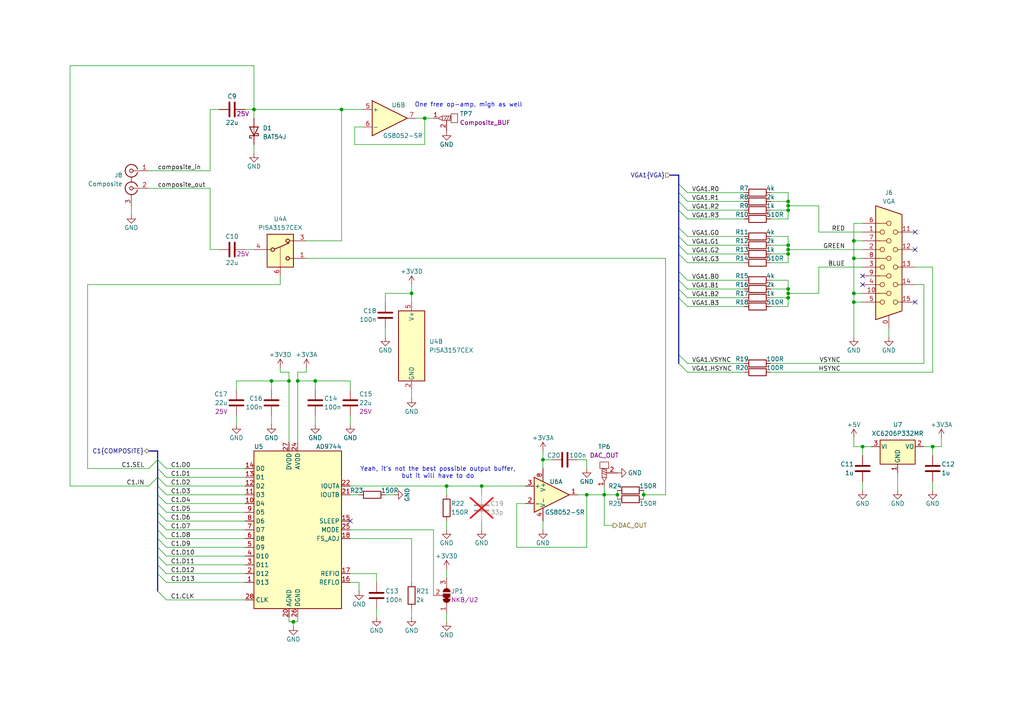
<source format=kicad_sch>
(kicad_sch (version 20231120) (generator "eeschema") (generator_version "8.0")
  (paper "A4")
  (title_block (title "VGA (Output) + Composite (Overlay)") (date "2024-05-13") (rev "x") (comment 2 "CERN-OHL-W-2.0") (comment 3 "xxxxxxxx") (comment 4 "Filip Piórski"))
  (lib_symbols
    (symbol "Amplifier_Operational:AD8620" (pin_names (offset 0.127))
      (property "Reference" "U" (at 0 5.08 0))
      (property "Value" "AD8620" (at 0 -5.08 0))
      (symbol "AD8620_1_1"
        (pin output line (at 7.62 0 180) (length 2.54) (name "~") (number "1"))
        (pin input line (at -7.62 -2.54 0) (length 2.54) (name "-") (number "2"))
        (pin input line (at -7.62 2.54 0) (length 2.54) (name "+") (number "3"))
      )
      (symbol "AD8620_2_1"
        (pin input line (at -7.62 2.54 0) (length 2.54) (name "+") (number "5"))
        (pin input line (at -7.62 -2.54 0) (length 2.54) (name "-") (number "6"))
        (pin output line (at 7.62 0 180) (length 2.54) (name "~") (number "7"))
      )
      (symbol "AD8620_3_1"
        (pin power_in line (at -2.54 -7.62 90) (length 3.81) (name "V-") (number "4"))
        (pin power_in line (at -2.54 7.62 270) (length 3.81) (name "V+") (number "8"))
      )
    )
    (symbol "Analog_DAC:AD9744"
      (property "Reference" "U" (at -10.16 -24.13 0))
      (property "Value" "AD9744" (at 7.62 24.13 0))
      (symbol "AD9744_1_1"
        (pin input line (at -15.24 -15.24 0) (length 2.54) (name "D13") (number "1"))
        (pin input line (at -15.24 7.62 0) (length 2.54) (name "D4") (number "10"))
        (pin input line (at -15.24 10.16 0) (length 2.54) (name "D3") (number "11"))
        (pin input line (at -15.24 12.7 0) (length 2.54) (name "D2") (number "12"))
        (pin input line (at -15.24 15.24 0) (length 2.54) (name "D1") (number "13"))
        (pin input line (at -15.24 17.78 0) (length 2.54) (name "D0") (number "14"))
        (pin input line (at 15.24 2.54 180) (length 2.54) (name "SLEEP") (number "15"))
        (pin input line (at 15.24 -15.24 180) (length 2.54) (name "REFLO") (number "16"))
        (pin input line (at 15.24 -12.7 180) (length 2.54) (name "REFIO") (number "17"))
        (pin input line (at 15.24 -2.54 180) (length 2.54) (name "FS_ADJ") (number "18"))
        (pin input line (at -15.24 -12.7 0) (length 2.54) (name "D12") (number "2"))
        (pin power_in line (at -2.54 -25.4 90) (length 2.54) (name "AGND") (number "20"))
        (pin output line (at 15.24 10.16 180) (length 2.54) (name "IOUTB") (number "21"))
        (pin output line (at 15.24 12.7 180) (length 2.54) (name "IOUTA") (number "22"))
        (pin power_in line (at 0 25.4 270) (length 2.54) (name "AVDD") (number "24"))
        (pin input line (at 15.24 0 180) (length 2.54) (name "MODE") (number "25"))
        (pin power_in line (at 0 -25.4 90) (length 2.54) (name "DGND") (number "26"))
        (pin power_in line (at -2.54 25.4 270) (length 2.54) (name "DVDD") (number "27"))
        (pin input line (at -15.24 -20.32 0) (length 2.54) (name "CLK") (number "28"))
        (pin input line (at -15.24 -10.16 0) (length 2.54) (name "D11") (number "3"))
        (pin input line (at -15.24 -7.62 0) (length 2.54) (name "D10") (number "4"))
        (pin input line (at -15.24 -5.08 0) (length 2.54) (name "D9") (number "5"))
        (pin input line (at -15.24 -2.54 0) (length 2.54) (name "D8") (number "6"))
        (pin input line (at -15.24 0 0) (length 2.54) (name "D7") (number "7"))
        (pin input line (at -15.24 2.54 0) (length 2.54) (name "D6") (number "8"))
        (pin input line (at -15.24 5.08 0) (length 2.54) (name "D5") (number "9"))
      )
    )
    (symbol "Analog_Switch:NC7SB3157P6X" (pin_names (offset 0.127))
      (property "Reference" "U" (at -3.175 4.699 0))
      (property "Value" "NC7SB3157P6X" (at -3.175 2.921 0))
      (symbol "NC7SB3157P6X_1_1"
        (pin passive line (at 7.62 -5.08 180) (length 2.54) (name "~") (number "1"))
        (pin passive line (at 7.62 0 180) (length 2.54) (name "~") (number "3"))
        (pin passive line (at -7.62 -2.54 0) (length 2.54) (name "~") (number "4"))
        (pin input line (at 0 -10.16 90) (length 2.54) (name "~") (number "6"))
      )
      (symbol "NC7SB3157P6X_2_0"
        (pin power_in line (at 0 -12.7 90) (length 2.54) (name "GND") (number "2"))
        (pin power_in line (at 0 12.7 270) (length 2.54) (name "V+") (number "5"))
      )
    )
    (symbol "Connector:Conn_Coaxial_x2" (pin_names (offset 1.016) hide)
      (property "Reference" "J" (at 0 5.715 0))
      (property "Value" "Conn_Coaxial_x2" (at 2.921 0 90))
      (symbol "Conn_Coaxial_x2_1_1"
        (pin passive line (at -5.08 2.54 0) (length 2.54) (name "IN1") (number "1"))
        (pin passive line (at -5.08 -2.54 0) (length 2.54) (name "IN2") (number "2"))
        (pin passive line (at 0 -7.62 90) (length 2.54) (name "EXT") (number "3"))
      )
    )
    (symbol "Connector:DE15_Receptacle_HighDensity_MountingHoles" (pin_names (offset 1.016) hide)
      (property "Reference" "J" (at 0 21.59 0))
      (property "Value" "DE15_Receptacle_HighDensity_MountingHoles" (at 0 19.05 0))
      (symbol "DE15_Receptacle_HighDensity_MountingHoles_1_1"
        (pin passive line (at 0 -17.78 90) (length 3.81) (name "~") (number "0"))
        (pin passive line (at -7.62 10.16 0) (length 5.08) (name "~") (number "1"))
        (pin passive line (at -7.62 -7.62 0) (length 5.08) (name "~") (number "10"))
        (pin passive line (at 7.62 10.16 180) (length 5.08) (name "~") (number "11"))
        (pin passive line (at 7.62 5.08 180) (length 5.08) (name "~") (number "12"))
        (pin passive line (at 7.62 0 180) (length 5.08) (name "~") (number "13"))
        (pin passive line (at 7.62 -5.08 180) (length 5.08) (name "~") (number "14"))
        (pin passive line (at 7.62 -10.16 180) (length 5.08) (name "~") (number "15"))
        (pin passive line (at -7.62 5.08 0) (length 5.08) (name "~") (number "2"))
        (pin passive line (at -7.62 0 0) (length 5.08) (name "~") (number "3"))
        (pin passive line (at -7.62 -5.08 0) (length 5.08) (name "~") (number "4"))
        (pin passive line (at -7.62 -10.16 0) (length 5.08) (name "~") (number "5"))
        (pin passive line (at -7.62 12.7 0) (length 5.08) (name "~") (number "6"))
        (pin passive line (at -7.62 7.62 0) (length 5.08) (name "~") (number "7"))
        (pin passive line (at -7.62 2.54 0) (length 5.08) (name "~") (number "8"))
        (pin passive line (at -7.62 -2.54 0) (length 5.08) (name "~") (number "9"))
      )
    )
    (symbol "Device:C" (pin_numbers hide) (pin_names (offset 0.254))
      (property "Reference" "C" (at 0.635 2.54 0))
      (property "Value" "C" (at 0.635 -2.54 0))
      (symbol "C_1_1"
        (pin passive line (at 0 3.81 270) (length 2.794) (name "~") (number "1"))
        (pin passive line (at 0 -3.81 90) (length 2.794) (name "~") (number "2"))
      )
    )
    (symbol "Device:R" (pin_numbers hide) (pin_names (offset 0))
      (property "Reference" "R" (at 2.032 0 90))
      (property "Value" "R" (at 0 0 90))
      (symbol "R_1_1"
        (pin passive line (at 0 3.81 270) (length 1.27) (name "~") (number "1"))
        (pin passive line (at 0 -3.81 90) (length 1.27) (name "~") (number "2"))
      )
    )
    (symbol "Diode:BAT54J" (pin_numbers hide) (pin_names (offset 1.016) hide)
      (property "Reference" "D" (at 0 2.54 0))
      (property "Value" "BAT54J" (at 0 -2.54 0))
      (symbol "BAT54J_1_1"
        (pin passive line (at -3.81 0 0) (length 2.54) (name "K") (number "1"))
        (pin passive line (at 3.81 0 180) (length 2.54) (name "A") (number "2"))
      )
    )
    (symbol "FT-TestPoint:TestPoint_Probe" (pin_names (offset 0.762) hide)
      (property "Reference" "TP" (at 0 8.89 0))
      (symbol "TestPoint_Probe_0_1"
        (pin passive line (at 0 0 90) (length 1.27) (name "1") (number "1"))
        (pin passive line (at 3.81 3.81 180) (length 3.175) (name "2") (number "2"))
      )
    )
    (symbol "Jumper:SolderJumper_3_Bridged12" (pin_names (offset 0) hide)
      (property "Reference" "JP" (at -2.54 -2.54 0))
      (property "Value" "SolderJumper_3_Bridged12" (at 0 2.794 0))
      (symbol "SolderJumper_3_Bridged12_1_1"
        (pin passive line (at -5.08 0 0) (length 2.54) (name "A") (number "1"))
        (pin passive line (at 0 -3.81 90) (length 2.54) (name "C") (number "2"))
        (pin passive line (at 5.08 0 180) (length 2.54) (name "B") (number "3"))
      )
    )
    (symbol "Regulator_Linear:XC6206PxxxMR" (pin_names (offset 0.254))
      (property "Reference" "U" (at -3.81 3.175 0))
      (property "Value" "XC6206PxxxMR" (at 0 3.175 0))
      (symbol "XC6206PxxxMR_1_1"
        (pin power_in line (at 0 -7.62 90) (length 2.54) (name "GND") (number "1"))
        (pin power_out line (at 7.62 0 180) (length 2.54) (name "VO") (number "2"))
        (pin power_in line (at -7.62 0 0) (length 2.54) (name "VI") (number "3"))
      )
    )
    (symbol "power:+3V3" (power) (pin_names (offset 0))
      (property "Value" "+3V3" (at 0 3.556 0))
      (symbol "+3V3_1_1"
        (pin power_in line (at 0 0 90) (length 0) hide (name "+3V3") (number "1"))
      )
    )
    (symbol "power:+5V" (power) (pin_names (offset 0))
      (property "Value" "+5V" (at 0 3.556 0))
      (symbol "+5V_1_1"
        (pin power_in line (at 0 0 90) (length 0) hide (name "+5V") (number "1"))
      )
    )
    (symbol "power:GND" (power) (pin_names (offset 0))
      (property "Value" "GND" (at 0 -3.81 0))
      (symbol "GND_1_1"
        (pin power_in line (at 0 0 270) (length 0) hide (name "GND") (number "1"))
      )
    )
  )
  (bus_alias "COMPOSITE" (members "D[0..13]" "CLK" "IN" "SEL"))
  (bus_alias "VGA" (members "R[0..3]" "G[0..3]" "B[0..3]" "HSYNC" "VSYNC"))
  (junction (at 129.54 140.97))
  (junction (at 247.65 87.63))
  (junction (at 139.7 140.97))
  (junction (at 99.06 31.75))
  (junction (at 123.19 34.29))
  (junction (at 86.36 110.49))
  (junction (at 85.09 180.34))
  (junction (at 119.38 85.09))
  (junction (at 228.6 59.69))
  (junction (at 228.6 86.36))
  (junction (at 270.51 129.54))
  (junction (at 228.6 60.96))
  (junction (at 228.6 73.66))
  (junction (at 228.6 85.09))
  (junction (at 73.66 31.75))
  (junction (at 228.6 58.42))
  (junction (at 247.65 69.85))
  (junction (at 83.82 110.49))
  (junction (at 78.74 110.49))
  (junction (at 175.26 143.51))
  (junction (at 157.48 133.35))
  (junction (at 228.6 71.12))
  (junction (at 250.19 129.54))
  (junction (at 247.65 85.09))
  (junction (at 228.6 83.82))
  (junction (at 179.07 143.51))
  (junction (at 228.6 72.39))
  (junction (at 186.69 143.51))
  (junction (at 247.65 74.93))
  (junction (at 91.44 110.49))
  (junction (at 170.18 143.51))
  (no_connect (at 250.19 82.55))
  (no_connect (at 265.43 72.39))
  (no_connect (at 265.43 87.63))
  (no_connect (at 265.43 67.31))
  (no_connect (at 250.19 80.01))
  (no_connect (at 101.6 151.13))
  (bus_entry (at 45.72 138.43) (size 2.54 2.54))
  (bus_entry (at 196.85 86.36) (size 2.54 2.54))
  (bus_entry (at 196.85 60.96) (size 2.54 2.54))
  (bus_entry (at 45.72 156.21) (size 2.54 2.54))
  (bus_entry (at 45.72 153.67) (size 2.54 2.54))
  (bus_entry (at 196.85 83.82) (size 2.54 2.54))
  (bus_entry (at 45.72 138.43) (size -2.54 2.54))
  (bus_entry (at 196.85 68.58) (size 2.54 2.54))
  (bus_entry (at 196.85 81.28) (size 2.54 2.54))
  (bus_entry (at 45.72 133.35) (size 2.54 2.54))
  (bus_entry (at 45.72 148.59) (size 2.54 2.54))
  (bus_entry (at 45.72 143.51) (size 2.54 2.54))
  (bus_entry (at 196.85 58.42) (size 2.54 2.54))
  (bus_entry (at 45.72 146.05) (size 2.54 2.54))
  (bus_entry (at 196.85 105.41) (size 2.54 2.54))
  (bus_entry (at 196.85 102.87) (size 2.54 2.54))
  (bus_entry (at 45.72 171.45) (size 2.54 2.54))
  (bus_entry (at 45.72 133.35) (size -2.54 2.54))
  (bus_entry (at 45.72 135.89) (size 2.54 2.54))
  (bus_entry (at 196.85 66.04) (size 2.54 2.54))
  (bus_entry (at 45.72 140.97) (size 2.54 2.54))
  (bus_entry (at 45.72 163.83) (size 2.54 2.54))
  (bus_entry (at 196.85 73.66) (size 2.54 2.54))
  (bus_entry (at 45.72 161.29) (size 2.54 2.54))
  (bus_entry (at 45.72 166.37) (size 2.54 2.54))
  (bus_entry (at 45.72 151.13) (size 2.54 2.54))
  (bus_entry (at 196.85 55.88) (size 2.54 2.54))
  (bus_entry (at 196.85 71.12) (size 2.54 2.54))
  (bus_entry (at 45.72 158.75) (size 2.54 2.54))
  (bus_entry (at 196.85 78.74) (size 2.54 2.54))
  (bus_entry (at 196.85 53.34) (size 2.54 2.54))
  (wire (pts (xy 250.19 64.77) (xy 247.65 64.77)))
  (bus (pts (xy 196.85 53.34) (xy 196.85 55.88)))
  (wire (pts (xy 73.66 19.05) (xy 73.66 31.75)))
  (wire (pts (xy 157.48 133.35) (xy 157.48 135.89)))
  (wire (pts (xy 199.39 88.9) (xy 215.9 88.9)))
  (wire (pts (xy 85.09 181.61) (xy 85.09 180.34)))
  (wire (pts (xy 223.52 107.95) (xy 270.51 107.95)))
  (wire (pts (xy 228.6 73.66) (xy 228.6 72.39)))
  (wire (pts (xy 228.6 81.28) (xy 223.52 81.28)))
  (wire (pts (xy 223.52 60.96) (xy 228.6 60.96)))
  (wire (pts (xy 109.22 166.37) (xy 109.22 168.91)))
  (wire (pts (xy 175.26 143.51) (xy 175.26 140.97)))
  (bus (pts (xy 45.72 146.05) (xy 45.72 148.59)))
  (wire (pts (xy 270.51 77.47) (xy 270.51 107.95)))
  (wire (pts (xy 223.52 63.5) (xy 228.6 63.5)))
  (bus (pts (xy 45.72 156.21) (xy 45.72 158.75)))
  (wire (pts (xy 186.69 142.24) (xy 186.69 143.51)))
  (bus (pts (xy 45.72 138.43) (xy 45.72 140.97)))
  (wire (pts (xy 60.96 31.75) (xy 63.5 31.75)))
  (bus (pts (xy 45.72 130.81) (xy 45.72 133.35)))
  (wire (pts (xy 81.28 80.01) (xy 81.28 82.55)))
  (wire (pts (xy 48.26 146.05) (xy 71.12 146.05)))
  (wire (pts (xy 83.82 110.49) (xy 78.74 110.49)))
  (wire (pts (xy 237.49 85.09) (xy 228.6 85.09)))
  (wire (pts (xy 73.66 31.75) (xy 99.06 31.75)))
  (bus (pts (xy 196.85 66.04) (xy 196.85 68.58)))
  (wire (pts (xy 99.06 31.75) (xy 105.41 31.75)))
  (wire (pts (xy 247.65 69.85) (xy 247.65 74.93)))
  (wire (pts (xy 237.49 77.47) (xy 237.49 85.09)))
  (wire (pts (xy 250.19 129.54) (xy 247.65 129.54)))
  (wire (pts (xy 111.76 85.09) (xy 111.76 87.63)))
  (wire (pts (xy 250.19 129.54) (xy 250.19 132.08)))
  (wire (pts (xy 170.18 143.51) (xy 167.64 143.51)))
  (wire (pts (xy 20.32 19.05) (xy 20.32 140.97)))
  (bus (pts (xy 43.18 130.81) (xy 45.72 130.81)))
  (bus (pts (xy 196.85 78.74) (xy 196.85 81.28)))
  (wire (pts (xy 68.58 113.03) (xy 68.58 110.49)))
  (wire (pts (xy 25.4 135.89) (xy 43.18 135.89)))
  (wire (pts (xy 83.82 180.34) (xy 83.82 179.07)))
  (wire (pts (xy 20.32 140.97) (xy 43.18 140.97)))
  (wire (pts (xy 228.6 86.36) (xy 228.6 85.09)))
  (wire (pts (xy 199.39 68.58) (xy 215.9 68.58)))
  (wire (pts (xy 247.65 85.09) (xy 247.65 87.63)))
  (bus (pts (xy 196.85 73.66) (xy 196.85 78.74)))
  (wire (pts (xy 48.26 158.75) (xy 71.12 158.75)))
  (wire (pts (xy 88.9 106.68) (xy 88.9 107.95)))
  (wire (pts (xy 186.69 143.51) (xy 193.04 143.51)))
  (wire (pts (xy 247.65 74.93) (xy 247.65 85.09)))
  (wire (pts (xy 223.52 83.82) (xy 228.6 83.82)))
  (wire (pts (xy 123.19 34.29) (xy 125.73 34.29)))
  (wire (pts (xy 129.54 180.34) (xy 129.54 177.8)))
  (wire (pts (xy 104.14 143.51) (xy 101.6 143.51)))
  (wire (pts (xy 83.82 107.95) (xy 83.82 110.49)))
  (wire (pts (xy 157.48 133.35) (xy 160.02 133.35)))
  (wire (pts (xy 48.26 148.59) (xy 71.12 148.59)))
  (wire (pts (xy 48.26 153.67) (xy 71.12 153.67)))
  (bus (pts (xy 194.31 50.8) (xy 196.85 50.8)))
  (wire (pts (xy 223.52 86.36) (xy 228.6 86.36)))
  (wire (pts (xy 48.26 161.29) (xy 71.12 161.29)))
  (wire (pts (xy 101.6 153.67) (xy 125.73 153.67)))
  (wire (pts (xy 99.06 69.85) (xy 88.9 69.85)))
  (bus (pts (xy 196.85 86.36) (xy 196.85 102.87)))
  (wire (pts (xy 199.39 73.66) (xy 215.9 73.66)))
  (wire (pts (xy 228.6 60.96) (xy 228.6 59.69)))
  (wire (pts (xy 102.87 41.91) (xy 123.19 41.91)))
  (wire (pts (xy 38.1 62.23) (xy 38.1 59.69)))
  (wire (pts (xy 78.74 123.19) (xy 78.74 120.65)))
  (wire (pts (xy 228.6 68.58) (xy 223.52 68.58)))
  (wire (pts (xy 73.66 19.05) (xy 20.32 19.05)))
  (wire (pts (xy 175.26 143.51) (xy 179.07 143.51)))
  (wire (pts (xy 177.8 152.4) (xy 175.26 152.4)))
  (wire (pts (xy 104.14 168.91) (xy 104.14 171.45)))
  (wire (pts (xy 86.36 110.49) (xy 91.44 110.49)))
  (wire (pts (xy 123.19 41.91) (xy 123.19 34.29)))
  (wire (pts (xy 139.7 153.67) (xy 139.7 151.13)))
  (wire (pts (xy 228.6 63.5) (xy 228.6 60.96)))
  (wire (pts (xy 139.7 140.97) (xy 152.4 140.97)))
  (wire (pts (xy 267.97 82.55) (xy 267.97 105.41)))
  (bus (pts (xy 45.72 158.75) (xy 45.72 161.29)))
  (bus (pts (xy 45.72 148.59) (xy 45.72 151.13)))
  (wire (pts (xy 99.06 31.75) (xy 99.06 69.85)))
  (wire (pts (xy 199.39 60.96) (xy 215.9 60.96)))
  (wire (pts (xy 88.9 74.93) (xy 193.04 74.93)))
  (bus (pts (xy 196.85 60.96) (xy 196.85 66.04)))
  (wire (pts (xy 25.4 82.55) (xy 25.4 135.89)))
  (wire (pts (xy 149.86 146.05) (xy 149.86 158.75)))
  (bus (pts (xy 45.72 143.51) (xy 45.72 146.05)))
  (wire (pts (xy 247.65 85.09) (xy 250.19 85.09)))
  (wire (pts (xy 257.81 97.79) (xy 257.81 95.25)))
  (wire (pts (xy 199.39 63.5) (xy 215.9 63.5)))
  (wire (pts (xy 260.35 137.16) (xy 260.35 142.24)))
  (bus (pts (xy 196.85 68.58) (xy 196.85 71.12)))
  (wire (pts (xy 179.07 143.51) (xy 179.07 144.78)))
  (wire (pts (xy 60.96 49.53) (xy 60.96 31.75)))
  (wire (pts (xy 48.26 140.97) (xy 71.12 140.97)))
  (wire (pts (xy 48.26 166.37) (xy 71.12 166.37)))
  (wire (pts (xy 186.69 143.51) (xy 186.69 144.78)))
  (wire (pts (xy 111.76 85.09) (xy 119.38 85.09)))
  (wire (pts (xy 237.49 67.31) (xy 250.19 67.31)))
  (wire (pts (xy 193.04 143.51) (xy 193.04 74.93)))
  (wire (pts (xy 123.19 34.29) (xy 120.65 34.29)))
  (wire (pts (xy 199.39 86.36) (xy 215.9 86.36)))
  (wire (pts (xy 48.26 143.51) (xy 71.12 143.51)))
  (wire (pts (xy 101.6 166.37) (xy 109.22 166.37)))
  (wire (pts (xy 119.38 179.07) (xy 119.38 176.53)))
  (wire (pts (xy 114.3 143.51) (xy 111.76 143.51)))
  (wire (pts (xy 228.6 59.69) (xy 228.6 58.42)))
  (wire (pts (xy 101.6 168.91) (xy 104.14 168.91)))
  (wire (pts (xy 252.73 129.54) (xy 250.19 129.54)))
  (bus (pts (xy 45.72 166.37) (xy 45.72 171.45)))
  (wire (pts (xy 81.28 107.95) (xy 83.82 107.95)))
  (wire (pts (xy 139.7 140.97) (xy 139.7 143.51)))
  (wire (pts (xy 228.6 76.2) (xy 228.6 73.66)))
  (wire (pts (xy 101.6 113.03) (xy 101.6 110.49)))
  (wire (pts (xy 129.54 140.97) (xy 129.54 143.51)))
  (wire (pts (xy 68.58 110.49) (xy 78.74 110.49)))
  (bus (pts (xy 45.72 161.29) (xy 45.72 163.83)))
  (wire (pts (xy 247.65 64.77) (xy 247.65 69.85)))
  (wire (pts (xy 101.6 123.19) (xy 101.6 120.65)))
  (wire (pts (xy 71.12 31.75) (xy 73.66 31.75)))
  (wire (pts (xy 119.38 115.57) (xy 119.38 113.03)))
  (wire (pts (xy 247.65 74.93) (xy 250.19 74.93)))
  (wire (pts (xy 86.36 180.34) (xy 86.36 179.07)))
  (wire (pts (xy 199.39 58.42) (xy 215.9 58.42)))
  (bus (pts (xy 196.85 55.88) (xy 196.85 58.42)))
  (wire (pts (xy 175.26 152.4) (xy 175.26 143.51)))
  (wire (pts (xy 48.26 168.91) (xy 71.12 168.91)))
  (wire (pts (xy 250.19 87.63) (xy 247.65 87.63)))
  (wire (pts (xy 102.87 36.83) (xy 102.87 41.91)))
  (wire (pts (xy 228.6 72.39) (xy 228.6 71.12)))
  (wire (pts (xy 91.44 123.19) (xy 91.44 120.65)))
  (wire (pts (xy 223.52 76.2) (xy 228.6 76.2)))
  (wire (pts (xy 86.36 107.95) (xy 86.36 110.49)))
  (wire (pts (xy 237.49 77.47) (xy 250.19 77.47)))
  (wire (pts (xy 170.18 143.51) (xy 175.26 143.51)))
  (wire (pts (xy 223.52 105.41) (xy 267.97 105.41)))
  (wire (pts (xy 101.6 140.97) (xy 129.54 140.97)))
  (wire (pts (xy 157.48 130.81) (xy 157.48 133.35)))
  (wire (pts (xy 101.6 156.21) (xy 119.38 156.21)))
  (wire (pts (xy 270.51 142.24) (xy 270.51 139.7)))
  (wire (pts (xy 223.52 58.42) (xy 228.6 58.42)))
  (wire (pts (xy 111.76 97.79) (xy 111.76 95.25)))
  (wire (pts (xy 125.73 172.72) (xy 125.73 153.67)))
  (wire (pts (xy 199.39 107.95) (xy 215.9 107.95)))
  (wire (pts (xy 228.6 83.82) (xy 228.6 81.28)))
  (bus (pts (xy 45.72 133.35) (xy 45.72 135.89)))
  (wire (pts (xy 73.66 41.91) (xy 73.66 44.45)))
  (bus (pts (xy 196.85 58.42) (xy 196.85 60.96)))
  (wire (pts (xy 71.12 72.39) (xy 73.66 72.39)))
  (wire (pts (xy 170.18 133.35) (xy 167.64 133.35)))
  (wire (pts (xy 265.43 77.47) (xy 270.51 77.47)))
  (bus (pts (xy 45.72 153.67) (xy 45.72 156.21)))
  (wire (pts (xy 199.39 83.82) (xy 215.9 83.82)))
  (wire (pts (xy 237.49 67.31) (xy 237.49 59.69)))
  (wire (pts (xy 119.38 85.09) (xy 119.38 87.63)))
  (bus (pts (xy 196.85 102.87) (xy 196.85 105.41)))
  (wire (pts (xy 157.48 151.13) (xy 157.48 153.67)))
  (bus (pts (xy 45.72 151.13) (xy 45.72 153.67)))
  (bus (pts (xy 45.72 138.43) (xy 45.72 135.89)))
  (wire (pts (xy 237.49 59.69) (xy 228.6 59.69)))
  (wire (pts (xy 78.74 110.49) (xy 78.74 113.03)))
  (wire (pts (xy 43.18 49.53) (xy 60.96 49.53)))
  (wire (pts (xy 223.52 88.9) (xy 228.6 88.9)))
  (wire (pts (xy 73.66 31.75) (xy 73.66 34.29)))
  (wire (pts (xy 267.97 129.54) (xy 270.51 129.54)))
  (wire (pts (xy 152.4 146.05) (xy 149.86 146.05)))
  (bus (pts (xy 45.72 140.97) (xy 45.72 143.51)))
  (wire (pts (xy 48.26 163.83) (xy 71.12 163.83)))
  (wire (pts (xy 199.39 76.2) (xy 215.9 76.2)))
  (wire (pts (xy 81.28 106.68) (xy 81.28 107.95)))
  (wire (pts (xy 247.65 69.85) (xy 250.19 69.85)))
  (wire (pts (xy 273.05 127) (xy 273.05 129.54)))
  (wire (pts (xy 228.6 55.88) (xy 223.52 55.88)))
  (wire (pts (xy 81.28 82.55) (xy 25.4 82.55)))
  (wire (pts (xy 48.26 135.89) (xy 71.12 135.89)))
  (wire (pts (xy 129.54 165.1) (xy 129.54 167.64)))
  (wire (pts (xy 228.6 85.09) (xy 228.6 83.82)))
  (bus (pts (xy 196.85 71.12) (xy 196.85 73.66)))
  (bus (pts (xy 196.85 81.28) (xy 196.85 83.82)))
  (wire (pts (xy 48.26 173.99) (xy 71.12 173.99)))
  (wire (pts (xy 48.26 151.13) (xy 71.12 151.13)))
  (wire (pts (xy 270.51 129.54) (xy 270.51 132.08)))
  (wire (pts (xy 119.38 82.55) (xy 119.38 85.09)))
  (wire (pts (xy 149.86 158.75) (xy 170.18 158.75)))
  (wire (pts (xy 228.6 88.9) (xy 228.6 86.36)))
  (wire (pts (xy 85.09 180.34) (xy 83.82 180.34)))
  (wire (pts (xy 223.52 73.66) (xy 228.6 73.66)))
  (wire (pts (xy 223.52 71.12) (xy 228.6 71.12)))
  (wire (pts (xy 88.9 107.95) (xy 86.36 107.95)))
  (wire (pts (xy 91.44 110.49) (xy 91.44 113.03)))
  (wire (pts (xy 101.6 110.49) (xy 91.44 110.49)))
  (wire (pts (xy 109.22 179.07) (xy 109.22 176.53)))
  (bus (pts (xy 45.72 163.83) (xy 45.72 166.37)))
  (wire (pts (xy 270.51 129.54) (xy 273.05 129.54)))
  (wire (pts (xy 199.39 81.28) (xy 215.9 81.28)))
  (wire (pts (xy 85.09 180.34) (xy 86.36 180.34)))
  (bus (pts (xy 196.85 83.82) (xy 196.85 86.36)))
  (wire (pts (xy 228.6 58.42) (xy 228.6 55.88)))
  (wire (pts (xy 247.65 87.63) (xy 247.65 97.79)))
  (wire (pts (xy 199.39 105.41) (xy 215.9 105.41)))
  (wire (pts (xy 250.19 142.24) (xy 250.19 139.7)))
  (bus (pts (xy 196.85 50.8) (xy 196.85 53.34)))
  (wire (pts (xy 48.26 138.43) (xy 71.12 138.43)))
  (wire (pts (xy 228.6 71.12) (xy 228.6 68.58)))
  (wire (pts (xy 83.82 110.49) (xy 83.82 128.27)))
  (wire (pts (xy 60.96 72.39) (xy 63.5 72.39)))
  (wire (pts (xy 48.26 156.21) (xy 71.12 156.21)))
  (wire (pts (xy 170.18 135.89) (xy 170.18 133.35)))
  (wire (pts (xy 228.6 72.39) (xy 250.19 72.39)))
  (wire (pts (xy 129.54 140.97) (xy 139.7 140.97)))
  (wire (pts (xy 265.43 82.55) (xy 267.97 82.55)))
  (wire (pts (xy 105.41 36.83) (xy 102.87 36.83)))
  (wire (pts (xy 199.39 71.12) (xy 215.9 71.12)))
  (wire (pts (xy 86.36 110.49) (xy 86.36 128.27)))
  (wire (pts (xy 247.65 127) (xy 247.65 129.54)))
  (wire (pts (xy 179.07 142.24) (xy 179.07 143.51)))
  (wire (pts (xy 129.54 153.67) (xy 129.54 151.13)))
  (wire (pts (xy 119.38 156.21) (xy 119.38 168.91)))
  (wire (pts (xy 170.18 158.75) (xy 170.18 143.51)))
  (wire (pts (xy 199.39 55.88) (xy 215.9 55.88)))
  (wire (pts (xy 60.96 54.61) (xy 60.96 72.39)))
  (wire (pts (xy 68.58 123.19) (xy 68.58 120.65)))
  (wire (pts (xy 43.18 54.61) (xy 60.96 54.61)))
  (text "One free op-amp, migh as well" (at 135.89 30.48 0) (effects (font (size 1.27 1.27))))
  (text "Yeah, it's not the best possible output buffer,\nbut it will have to do" (at 127 137.16 0) (effects (font (size 1.27 1.27))))
  (label "VGA1.R0" (at 200.66 55.88 0))
  (label "VSYNC" (at 243.84 105.41 180))
  (label "C1.D12" (at 49.53 166.37 0))
  (label "VGA1.G3" (at 200.66 76.2 0))
  (label "C1.SEL" (at 41.91 135.89 180))
  (label "C1.D6" (at 49.53 151.13 0))
  (label "VGA1.G0" (at 200.66 68.58 0))
  (label "RED" (at 245.11 67.31 180))
  (label "C1.D10" (at 49.53 161.29 0))
  (label "VGA1.R1" (at 200.66 58.42 0))
  (label "C1.IN" (at 41.91 140.97 180))
  (label "VGA1.VSYNC" (at 200.66 105.41 0))
  (label "C1.D8" (at 49.53 156.21 0))
  (label "composite_out" (at 45.72 54.61 0))
  (label "BLUE" (at 245.11 77.47 180))
  (label "GREEN" (at 245.11 72.39 180))
  (label "VGA1.G2" (at 200.66 73.66 0))
  (label "HSYNC" (at 243.84 107.95 180))
  (label "C1.D11" (at 49.53 163.83 0))
  (label "C1.D9" (at 49.53 158.75 0))
  (label "C1.D5" (at 49.53 148.59 0))
  (label "VGA1.R3" (at 200.66 63.5 0))
  (label "composite_in" (at 45.72 49.53 0))
  (label "VGA1.B1" (at 200.66 83.82 0))
  (label "C1.D3" (at 49.53 143.51 0))
  (label "VGA1.HSYNC" (at 200.66 107.95 0))
  (label "C1.D13" (at 49.53 168.91 0))
  (label "VGA1.R2" (at 200.66 60.96 0))
  (label "C1.D4" (at 49.53 146.05 0))
  (label "C1.CLK" (at 49.53 173.99 0))
  (label "C1.D2" (at 49.53 140.97 0))
  (label "C1.D0" (at 49.53 135.89 0))
  (label "VGA1.B2" (at 200.66 86.36 0))
  (label "C1.D7" (at 49.53 153.67 0))
  (label "VGA1.B0" (at 200.66 81.28 0))
  (label "VGA1.B3" (at 200.66 88.9 0))
  (label "VGA1.G1" (at 200.66 71.12 0))
  (label "C1.D1" (at 49.53 138.43 0))
  (hierarchical_label "VGA1{VGA}" (shape input) (at 194.31 50.8 180))
  (hierarchical_label "C1{COMPOSITE}" (shape bidirectional) (at 43.18 130.81 180))
  (hierarchical_label "DAC_OUT" (shape output) (at 177.8 152.4 0))
  (symbol (lib_id "Device:R") (at 219.71 58.42 90) (unit 1)
    (property "Reference" "R8" (at 217.17 57.15 90) (effects (justify left)))
    (property "Value" "2k" (at 222.25 57.15 90) (effects (justify right)))
    (property "Footprint" "Resistor_SMD:R_0402_1005Metric" (effects (hide yes)))
    (property "Description" "Resistor" (effects (hide yes)))
  )
  (symbol (lib_id "Amplifier_Operational:AD8620") (at 160.02 143.51 0) (unit 3)
    (property "Reference" "U6" (effects (hide yes)))
    (property "Value" "GS8052-SR" (effects (hide yes)))
    (property "Footprint" "Package_SO:SOIC-8_3.9x4.9mm_P1.27mm" (effects (hide yes)))
    (property "Datasheet" "https://www.analog.com/media/en/technical-documentation/data-sheets/AD8610_8620.pdf" (effects (hide yes)))
    (property "Description" "Dual Precision, Very Low Noise, Low Input Bias Current, Wide Bandwidth JFET Operational Amplifiers, SOIC-8" (effects (hide yes)))
    (property "LCSC" "C157722" (effects (hide yes)))
  )
  (symbol (lib_id "Device:R") (at 119.38 172.72 180) (unit 1)
    (property "Reference" "R21" (at 120.65 171.45 0) (effects (justify right)))
    (property "Value" "2k" (at 120.65 173.99 0) (effects (justify right)))
    (property "Footprint" "Resistor_SMD:R_0402_1005Metric" (effects (hide yes)))
    (property "Description" "Resistor" (effects (hide yes)))
  )
  (symbol (lib_id "Device:R") (at 219.71 83.82 90) (unit 1)
    (property "Reference" "R16" (at 217.17 82.55 90) (effects (justify left)))
    (property "Value" "2k" (at 222.25 82.55 90) (effects (justify right)))
    (property "Footprint" "Resistor_SMD:R_0402_1005Metric" (effects (hide yes)))
    (property "Description" "Resistor" (effects (hide yes)))
  )
  (symbol (lib_id "Diode:BAT54J") (at 73.66 38.1 90) (unit 1)
    (property "Reference" "D1" (at 76.2 37.1474 90) (effects (justify right)))
    (property "Value" "BAT54J" (at 76.2 39.6874 90) (effects (justify right)))
    (property "Footprint" "Diode_SMD:D_SOD-323F" (effects (hide yes)))
    (property "Datasheet" "https://assets.nexperia.com/documents/data-sheet/BAT54J.pdf" (effects (hide yes)))
    (property "Description" "30V 200mA Schottky diode, SOD-323F" (effects (hide yes)))
    (property "LCSC" "C130415" (effects (hide yes)))
  )
  (symbol (lib_id "power:GND") (at 250.19 142.24 0) (unit 1)
    (property "Reference" "#PWR045" (effects (hide yes)))
    (property "Value" "GND" (at 250.19 146.05 0))
    (property "Description" "Power symbol creates a global label with name \"GND\" , ground" (effects (hide yes)))
  )
  (symbol (lib_id "power:GND") (at 247.65 97.79 0) (unit 1)
    (property "Reference" "#PWR039" (effects (hide yes)))
    (property "Value" "GND" (at 247.65 101.6 0))
    (property "Description" "Power symbol creates a global label with name \"GND\" , ground" (effects (hide yes)))
  )
  (symbol (lib_id "Device:C") (at 91.44 116.84 0) (unit 1)
    (property "Reference" "C14" (at 93.98 115.57 0) (effects (justify left)))
    (property "Value" "100n" (at 93.98 118.11 0) (effects (justify left)))
    (property "Footprint" "Capacitor_SMD:C_0402_1005Metric" (effects (hide yes)))
    (property "Description" "Unpolarized capacitor" (effects (hide yes)))
  )
  (symbol (lib_id "Device:R") (at 182.88 142.24 270) (unit 1)
    (property "Reference" "R24" (at 180.34 140.97 90) (effects (justify right)))
    (property "Value" "150R" (at 185.42 140.97 90) (effects (justify left)))
    (property "Footprint" "Resistor_SMD:R_0402_1005Metric" (effects (hide yes)))
    (property "Description" "Resistor" (effects (hide yes)))
  )
  (symbol (lib_id "Device:C") (at 67.31 31.75 90) (unit 1)
    (property "Reference" "C9" (at 67.31 27.94 90))
    (property "Value" "22u" (at 67.31 35.56 90))
    (property "Footprint" "Capacitor_SMD:C_0805_2012Metric" (effects (hide yes)))
    (property "Description" "Unpolarized capacitor" (effects (hide yes)))
    (property "Voltage" "25V" (at 68.58 33.02 90) (effects (justify right)))
  )
  (symbol (lib_id "Device:C") (at 250.19 135.89 0) (mirror y) (unit 1)
    (property "Reference" "C11" (at 247.65 134.62 0) (effects (justify left)))
    (property "Value" "1u" (at 247.65 137.16 0) (effects (justify left)))
    (property "Footprint" "Capacitor_SMD:C_0402_1005Metric" (effects (hide yes)))
    (property "Description" "Unpolarized capacitor" (effects (hide yes)))
  )
  (symbol (lib_id "Device:R") (at 219.71 73.66 90) (unit 1)
    (property "Reference" "R13" (at 217.17 72.39 90) (effects (justify left)))
    (property "Value" "1k" (at 222.25 72.39 90) (effects (justify right)))
    (property "Footprint" "Resistor_SMD:R_0402_1005Metric" (effects (hide yes)))
    (property "Description" "Resistor" (effects (hide yes)))
  )
  (symbol (lib_id "power:GND") (at 257.81 97.79 0) (unit 1)
    (property "Reference" "#PWR038" (effects (hide yes)))
    (property "Value" "GND" (at 257.81 101.6 0))
    (property "Description" "Power symbol creates a global label with name \"GND\" , ground" (effects (hide yes)))
  )
  (symbol (lib_id "Device:C") (at 101.6 116.84 180) (unit 1)
    (property "Reference" "C15" (at 104.14 114.3 0) (effects (justify right)))
    (property "Value" "22u" (at 104.14 116.84 0) (effects (justify right)))
    (property "Footprint" "Capacitor_SMD:C_0805_2012Metric" (effects (hide yes)))
    (property "Description" "Unpolarized capacitor" (effects (hide yes)))
    (property "Voltage" "25V" (at 104.14 119.38 0) (effects (justify right)))
  )
  (symbol (lib_id "power:GND") (at 109.22 179.07 0) (unit 1)
    (property "Reference" "#PWR051" (effects (hide yes)))
    (property "Value" "GND" (at 109.22 182.88 0))
    (property "Description" "Power symbol creates a global label with name \"GND\" , ground" (effects (hide yes)))
  )
  (symbol (lib_id "Analog_Switch:NC7SB3157P6X") (at 81.28 69.85 0) (unit 1)
    (property "Reference" "U4" (at 81.28 63.5 0))
    (property "Value" "PI5A3157CEX" (at 81.28 66.04 0))
    (property "Footprint" "Package_TO_SOT_SMD:SOT-363_SC-70-6" (effects (hide yes)))
    (property "Datasheet" "https://www.onsemi.com/pub/Collateral/NC7SB3157-D.PDF" (effects (hide yes)))
    (property "Description" "Single SPDT Low-Voltage Analog Switch or 2:1 Multiplexer/De-Multiplexer Bus Switch, 10Ohm Ron, SC-70-6" (effects (hide yes)))
    (property "LCSC" "C2673088" (effects (hide yes)))
  )
  (symbol (lib_id "Device:C") (at 163.83 133.35 90) (unit 1)
    (property "Reference" "C20" (at 162.56 132.08 90) (effects (justify left)))
    (property "Value" "100n" (at 165.1 132.08 90) (effects (justify right)))
    (property "Footprint" "Capacitor_SMD:C_0402_1005Metric" (effects (hide yes)))
    (property "Description" "Unpolarized capacitor" (effects (hide yes)))
  )
  (symbol (lib_id "Analog_Switch:NC7SB3157P6X") (at 119.38 100.33 0) (unit 2)
    (property "Reference" "U4" (at 124.46 99.0599 0) (effects (justify left)))
    (property "Value" "PI5A3157CEX" (at 124.46 101.5999 0) (effects (justify left)))
    (property "Footprint" "Package_TO_SOT_SMD:SOT-363_SC-70-6" (effects (hide yes)))
    (property "Datasheet" "https://www.onsemi.com/pub/Collateral/NC7SB3157-D.PDF" (effects (hide yes)))
    (property "Description" "Single SPDT Low-Voltage Analog Switch or 2:1 Multiplexer/De-Multiplexer Bus Switch, 10Ohm Ron, SC-70-6" (effects (hide yes)))
    (property "LCSC" "C2673088" (effects (hide yes)))
  )
  (symbol (lib_id "Device:R") (at 219.71 60.96 90) (unit 1)
    (property "Reference" "R9" (at 217.17 59.69 90) (effects (justify left)))
    (property "Value" "1k" (at 222.25 59.69 90) (effects (justify right)))
    (property "Footprint" "Resistor_SMD:R_0402_1005Metric" (effects (hide yes)))
    (property "Description" "Resistor" (effects (hide yes)))
  )
  (symbol (lib_id "power:+3V3") (at 119.38 82.55 0) (unit 1)
    (property "Reference" "#PWR018" (effects (hide yes)))
    (property "Value" "+3V3D" (at 119.38 78.74 0))
    (property "Description" "Power symbol creates a global label with name \"+3V3\"" (effects (hide yes)))
  )
  (symbol (lib_id "FT-TestPoint:TestPoint_Probe") (at 175.26 140.97 0) (unit 1) (in_bom no)
    (property "Reference" "TP6" (at 175.26 129.54 0))
    (property "Value" "TestPoint_Probe" (effects (hide yes)))
    (property "Footprint" "FR-TestPoint:TestPoint_Oscilloscope_Probe" (effects (hide yes)))
    (property "Description" "2-polar test point" (effects (hide yes)))
    (property "Name" "DAC_OUT" (at 175.26 132.08 0))
  )
  (symbol (lib_id "Device:R") (at 219.71 107.95 90) (unit 1)
    (property "Reference" "R20" (at 217.17 106.68 90) (effects (justify left)))
    (property "Value" "100R" (at 222.25 106.68 90) (effects (justify right)))
    (property "Footprint" "Resistor_SMD:R_0402_1005Metric" (effects (hide yes)))
    (property "Description" "Resistor" (effects (hide yes)))
  )
  (symbol (lib_id "power:GND") (at 104.14 171.45 0) (unit 1)
    (property "Reference" "#PWR052" (effects (hide yes)))
    (property "Value" "GND" (at 104.14 175.26 0))
    (property "Description" "Power symbol creates a global label with name \"GND\" , ground" (effects (hide yes)))
  )
  (symbol (lib_id "Device:C") (at 109.22 172.72 0) (unit 1)
    (property "Reference" "C13" (at 111.76 171.45 0) (effects (justify left)))
    (property "Value" "100n" (at 111.76 173.99 0) (effects (justify left)))
    (property "Footprint" "Capacitor_SMD:C_0402_1005Metric" (effects (hide yes)))
    (property "Description" "Unpolarized capacitor" (effects (hide yes)))
  )
  (symbol (lib_id "power:GND") (at 119.38 179.07 0) (unit 1)
    (property "Reference" "#PWR053" (effects (hide yes)))
    (property "Value" "GND" (at 119.38 182.88 0))
    (property "Description" "Power symbol creates a global label with name \"GND\" , ground" (effects (hide yes)))
  )
  (symbol (lib_id "Device:R") (at 219.71 71.12 90) (unit 1)
    (property "Reference" "R12" (at 217.17 69.85 90) (effects (justify left)))
    (property "Value" "2k" (at 222.25 69.85 90) (effects (justify right)))
    (property "Footprint" "Resistor_SMD:R_0402_1005Metric" (effects (hide yes)))
    (property "Description" "Resistor" (effects (hide yes)))
  )
  (symbol (lib_id "Amplifier_Operational:AD8620") (at 113.03 34.29 0) (unit 2)
    (property "Reference" "U6" (at 115.57 30.48 0))
    (property "Value" "GS8052-SR" (at 116.84 39.37 0))
    (property "Footprint" "Package_SO:SOIC-8_3.9x4.9mm_P1.27mm" (effects (hide yes)))
    (property "Datasheet" "https://www.analog.com/media/en/technical-documentation/data-sheets/AD8610_8620.pdf" (effects (hide yes)))
    (property "Description" "Dual Precision, Very Low Noise, Low Input Bias Current, Wide Bandwidth JFET Operational Amplifiers, SOIC-8" (effects (hide yes)))
    (property "LCSC" "C157722" (effects (hide yes)))
  )
  (symbol (lib_id "power:GND") (at 38.1 62.23 0) (mirror y) (unit 1)
    (property "Reference" "#PWR037" (effects (hide yes)))
    (property "Value" "GND" (at 38.1 66.04 0))
    (property "Description" "Power symbol creates a global label with name \"GND\" , ground" (effects (hide yes)))
  )
  (symbol (lib_id "power:+3V3") (at 88.9 106.68 0) (unit 1)
    (property "Reference" "#PWR049" (effects (hide yes)))
    (property "Value" "+3V3A" (at 88.9 102.87 0))
    (property "Description" "Power symbol creates a global label with name \"+3V3\"" (effects (hide yes)))
  )
  (symbol (lib_id "Device:R") (at 219.71 105.41 90) (unit 1)
    (property "Reference" "R19" (at 217.17 104.14 90) (effects (justify left)))
    (property "Value" "100R" (at 222.25 104.14 90) (effects (justify right)))
    (property "Footprint" "Resistor_SMD:R_0402_1005Metric" (effects (hide yes)))
    (property "Description" "Resistor" (effects (hide yes)))
  )
  (symbol (lib_id "power:+5V") (at 247.65 127 0) (unit 1)
    (property "Reference" "#PWR044" (effects (hide yes)))
    (property "Value" "+5V" (at 247.65 123.19 0))
    (property "Description" "Power symbol creates a global label with name \"+5V\"" (effects (hide yes)))
  )
  (symbol (lib_id "power:GND") (at 139.7 153.67 0) (unit 1)
    (property "Reference" "#PWR063" (effects (hide yes)))
    (property "Value" "GND" (at 139.7 157.48 0))
    (property "Description" "Power symbol creates a global label with name \"GND\" , ground" (effects (hide yes)))
  )
  (symbol (lib_id "Device:R") (at 219.71 88.9 90) (unit 1)
    (property "Reference" "R18" (at 217.17 87.63 90) (effects (justify left)))
    (property "Value" "510R" (at 222.25 87.63 90) (effects (justify right)))
    (property "Footprint" "Resistor_SMD:R_0402_1005Metric" (effects (hide yes)))
    (property "Description" "Resistor" (effects (hide yes)))
  )
  (symbol (lib_id "power:GND") (at 119.38 115.57 0) (unit 1)
    (property "Reference" "#PWR040" (effects (hide yes)))
    (property "Value" "GND" (at 119.38 119.38 0))
    (property "Description" "Power symbol creates a global label with name \"GND\" , ground" (effects (hide yes)))
  )
  (symbol (lib_id "Device:R") (at 219.71 55.88 90) (unit 1)
    (property "Reference" "R7" (at 217.17 54.61 90) (effects (justify left)))
    (property "Value" "4k" (at 222.25 54.61 90) (effects (justify right)))
    (property "Footprint" "Resistor_SMD:R_0402_1005Metric" (effects (hide yes)))
    (property "Description" "Resistor" (effects (hide yes)))
  )
  (symbol (lib_id "Connector:Conn_Coaxial_x2") (at 38.1 52.07 0) (mirror y) (unit 1)
    (property "Reference" "J8" (at 35.56 50.8 0) (effects (justify left)))
    (property "Value" "Composite" (at 35.56 53.34 0) (effects (justify left)))
    (property "Footprint" "FR-Connector:XDJK-0271-1650" (effects (hide yes)))
    (property "Datasheet" " ~" (effects (hide yes)))
    (property "Description" "double coaxial connector (BNC, SMA, SMB, SMC, Cinch/RCA, LEMO, ...)" (effects (hide yes)))
    (property "LCSC" "C7527522" (effects (hide yes)))
  )
  (symbol (lib_id "Device:R") (at 107.95 143.51 270) (unit 1)
    (property "Reference" "R23" (at 105.41 142.24 90) (effects (justify right)))
    (property "Value" "150R" (at 110.49 142.24 90) (effects (justify left)))
    (property "Footprint" "Resistor_SMD:R_0402_1005Metric" (effects (hide yes)))
    (property "Description" "Resistor" (effects (hide yes)))
  )
  (symbol (lib_id "power:GND") (at 68.58 123.19 0) (mirror y) (unit 1)
    (property "Reference" "#PWR059" (effects (hide yes)))
    (property "Value" "GND" (at 68.58 127 0))
    (property "Description" "Power symbol creates a global label with name \"GND\" , ground" (effects (hide yes)))
  )
  (symbol (lib_id "Device:R") (at 219.71 76.2 90) (unit 1)
    (property "Reference" "R14" (at 217.17 74.93 90) (effects (justify left)))
    (property "Value" "510R" (at 222.25 74.93 90) (effects (justify right)))
    (property "Footprint" "Resistor_SMD:R_0402_1005Metric" (effects (hide yes)))
    (property "Description" "Resistor" (effects (hide yes)))
  )
  (symbol (lib_id "power:GND") (at 170.18 135.89 0) (unit 1)
    (property "Reference" "#PWR066" (effects (hide yes)))
    (property "Value" "GND" (at 170.18 139.7 0))
    (property "Description" "Power symbol creates a global label with name \"GND\" , ground" (effects (hide yes)))
  )
  (symbol (lib_id "power:GND") (at 270.51 142.24 0) (unit 1)
    (property "Reference" "#PWR047" (effects (hide yes)))
    (property "Value" "GND" (at 270.51 146.05 0))
    (property "Description" "Power symbol creates a global label with name \"GND\" , ground" (effects (hide yes)))
  )
  (symbol (lib_id "Jumper:SolderJumper_3_Bridged12") (at 129.54 172.72 270) (mirror x) (unit 1) (in_bom no)
    (property "Reference" "JP1" (at 130.81 171.45 90) (effects (justify left)))
    (property "Value" "SolderJumper_3_Bridged12" (effects (hide yes)))
    (property "Footprint" "Jumper:SolderJumper-3_P1.3mm_Bridged12_Pad1.0x1.5mm" (effects (hide yes)))
    (property "Description" "3-pole Solder Jumper, pins 1+2 closed/bridged" (effects (hide yes)))
    (property "Name" "NKB/U2" (at 130.81 173.99 90) (effects (justify left)))
  )
  (symbol (lib_id "power:+3V3") (at 129.54 165.1 0) (unit 1)
    (property "Reference" "#PWR055" (effects (hide yes)))
    (property "Value" "+3V3D" (at 129.54 161.29 0))
    (property "Description" "Power symbol creates a global label with name \"+3V3\"" (effects (hide yes)))
  )
  (symbol (lib_id "Device:R") (at 129.54 147.32 180) (unit 1)
    (property "Reference" "R22" (at 130.81 146.05 0) (effects (justify right)))
    (property "Value" "150R" (at 130.81 148.59 0) (effects (justify right)))
    (property "Footprint" "Resistor_SMD:R_0402_1005Metric" (effects (hide yes)))
    (property "Description" "Resistor" (effects (hide yes)))
  )
  (symbol (lib_id "power:GND") (at 129.54 180.34 0) (unit 1)
    (property "Reference" "#PWR054" (effects (hide yes)))
    (property "Value" "GND" (at 129.54 184.15 0))
    (property "Description" "Power symbol creates a global label with name \"GND\" , ground" (effects (hide yes)))
  )
  (symbol (lib_id "FT-TestPoint:TestPoint_Probe") (at 125.73 34.29 270) (unit 1) (in_bom no)
    (property "Reference" "TP7" (at 133.35 33.02 90) (effects (justify left)))
    (property "Value" "TestPoint_Probe" (effects (hide yes)))
    (property "Footprint" "FR-TestPoint:TestPoint_Oscilloscope_Probe" (effects (hide yes)))
    (property "Description" "2-polar test point" (effects (hide yes)))
    (property "Name" "Composite_BUF" (at 133.35 35.56 90) (effects (justify left)))
  )
  (symbol (lib_id "Device:C") (at 68.58 116.84 0) (mirror x) (unit 1)
    (property "Reference" "C17" (at 66.04 114.3 0) (effects (justify right)))
    (property "Value" "22u" (at 66.04 116.84 0) (effects (justify right)))
    (property "Footprint" "Capacitor_SMD:C_0805_2012Metric" (effects (hide yes)))
    (property "Description" "Unpolarized capacitor" (effects (hide yes)))
    (property "Voltage" "25V" (at 66.04 119.38 0) (effects (justify right)))
  )
  (symbol (lib_id "power:GND") (at 114.3 143.51 90) (unit 1)
    (property "Reference" "#PWR061" (effects (hide yes)))
    (property "Value" "GND" (at 118.11 143.51 0))
    (property "Description" "Power symbol creates a global label with name \"GND\" , ground" (effects (hide yes)))
  )
  (symbol (lib_id "power:GND") (at 78.74 123.19 0) (mirror y) (unit 1)
    (property "Reference" "#PWR058" (effects (hide yes)))
    (property "Value" "GND" (at 78.74 127 0))
    (property "Description" "Power symbol creates a global label with name \"GND\" , ground" (effects (hide yes)))
  )
  (symbol (lib_id "power:GND") (at 85.09 181.61 0) (unit 1)
    (property "Reference" "#PWR050" (effects (hide yes)))
    (property "Value" "GND" (at 85.09 185.42 0))
    (property "Description" "Power symbol creates a global label with name \"GND\" , ground" (effects (hide yes)))
  )
  (symbol (lib_id "power:GND") (at 157.48 153.67 0) (unit 1)
    (property "Reference" "#PWR064" (effects (hide yes)))
    (property "Value" "GND" (at 157.48 157.48 0))
    (property "Description" "Power symbol creates a global label with name \"GND\" , ground" (effects (hide yes)))
  )
  (symbol (lib_id "Amplifier_Operational:AD8620") (at 160.02 143.51 0) (unit 1)
    (property "Reference" "U6" (at 161.29 139.7 0))
    (property "Value" "GS8052-SR" (at 163.83 148.59 0))
    (property "Footprint" "Package_SO:SOIC-8_3.9x4.9mm_P1.27mm" (effects (hide yes)))
    (property "Datasheet" "https://www.analog.com/media/en/technical-documentation/data-sheets/AD8610_8620.pdf" (effects (hide yes)))
    (property "Description" "Dual Precision, Very Low Noise, Low Input Bias Current, Wide Bandwidth JFET Operational Amplifiers, SOIC-8" (effects (hide yes)))
    (property "LCSC" "C157722" (effects (hide yes)))
  )
  (symbol (lib_id "Device:R") (at 219.71 86.36 90) (unit 1)
    (property "Reference" "R17" (at 217.17 85.09 90) (effects (justify left)))
    (property "Value" "1k" (at 222.25 85.09 90) (effects (justify right)))
    (property "Footprint" "Resistor_SMD:R_0402_1005Metric" (effects (hide yes)))
    (property "Description" "Resistor" (effects (hide yes)))
  )
  (symbol (lib_id "power:GND") (at 101.6 123.19 0) (unit 1)
    (property "Reference" "#PWR057" (effects (hide yes)))
    (property "Value" "GND" (at 101.6 127 0))
    (property "Description" "Power symbol creates a global label with name \"GND\" , ground" (effects (hide yes)))
  )
  (symbol (lib_id "power:GND") (at 129.54 38.1 0) (unit 1)
    (property "Reference" "#PWR068" (effects (hide yes)))
    (property "Value" "GND" (at 129.54 41.91 0))
    (property "Description" "Power symbol creates a global label with name \"GND\" , ground" (effects (hide yes)))
  )
  (symbol (lib_id "power:+3V3") (at 81.28 106.68 0) (unit 1)
    (property "Reference" "#PWR043" (effects (hide yes)))
    (property "Value" "+3V3D" (at 81.28 102.87 0))
    (property "Description" "Power symbol creates a global label with name \"+3V3\"" (effects (hide yes)))
  )
  (symbol (lib_id "Device:R") (at 219.71 68.58 90) (unit 1)
    (property "Reference" "R11" (at 217.17 67.31 90) (effects (justify left)))
    (property "Value" "4k" (at 222.25 67.31 90) (effects (justify right)))
    (property "Footprint" "Resistor_SMD:R_0402_1005Metric" (effects (hide yes)))
    (property "Description" "Resistor" (effects (hide yes)))
  )
  (symbol (lib_id "power:+3V3") (at 157.48 130.81 0) (unit 1)
    (property "Reference" "#PWR065" (effects (hide yes)))
    (property "Value" "+3V3A" (at 157.48 127 0))
    (property "Description" "Power symbol creates a global label with name \"+3V3\"" (effects (hide yes)))
  )
  (symbol (lib_id "power:GND") (at 179.07 137.16 90) (unit 1)
    (property "Reference" "#PWR067" (effects (hide yes)))
    (property "Value" "GND" (at 184.15 137.16 90))
    (property "Description" "Power symbol creates a global label with name \"GND\" , ground" (effects (hide yes)))
  )
  (symbol (lib_id "power:GND") (at 111.76 97.79 0) (mirror y) (unit 1)
    (property "Reference" "#PWR060" (effects (hide yes)))
    (property "Value" "GND" (at 111.76 101.6 0))
    (property "Description" "Power symbol creates a global label with name \"GND\" , ground" (effects (hide yes)))
  )
  (symbol (lib_id "Analog_DAC:AD9744") (at 86.36 153.67 0) (unit 1)
    (property "Reference" "U5" (at 73.66 129.54 0) (effects (justify left)))
    (property "Value" "AD9744" (at 99.06 129.54 0) (effects (justify right)))
    (property "Footprint" "Package_SO:TSSOP-28_4.4x9.7mm_P0.65mm" (effects (hide yes)))
    (property "Datasheet" "https://www.analog.com/media/en/technical-documentation/data-sheets/AD9744.pdf" (effects (hide yes)))
    (property "Description" "210MSPS 14bit DAC, TSSOP-28" (effects (hide yes)))
    (property "LCSC" "C461519" (effects (hide yes)))
  )
  (symbol (lib_id "power:+3V3") (at 273.05 127 0) (unit 1)
    (property "Reference" "#PWR048" (effects (hide yes)))
    (property "Value" "+3V3A" (at 273.05 123.19 0))
    (property "Description" "Power symbol creates a global label with name \"+3V3\"" (effects (hide yes)))
  )
  (symbol (lib_id "power:GND") (at 73.66 44.45 0) (unit 1)
    (property "Reference" "#PWR041" (effects (hide yes)))
    (property "Value" "GND" (at 73.66 48.26 0))
    (property "Description" "Power symbol creates a global label with name \"GND\" , ground" (effects (hide yes)))
  )
  (symbol (lib_id "power:GND") (at 91.44 123.19 0) (unit 1)
    (property "Reference" "#PWR056" (effects (hide yes)))
    (property "Value" "GND" (at 91.44 127 0))
    (property "Description" "Power symbol creates a global label with name \"GND\" , ground" (effects (hide yes)))
  )
  (symbol (lib_id "Device:C") (at 78.74 116.84 0) (mirror y) (unit 1)
    (property "Reference" "C16" (at 76.2 115.57 0) (effects (justify left)))
    (property "Value" "100n" (at 76.2 118.11 0) (effects (justify left)))
    (property "Footprint" "Capacitor_SMD:C_0402_1005Metric" (effects (hide yes)))
    (property "Description" "Unpolarized capacitor" (effects (hide yes)))
  )
  (symbol (lib_id "Device:R") (at 219.71 81.28 90) (unit 1)
    (property "Reference" "R15" (at 217.17 80.01 90) (effects (justify left)))
    (property "Value" "4k" (at 222.25 80.01 90) (effects (justify right)))
    (property "Footprint" "Resistor_SMD:R_0402_1005Metric" (effects (hide yes)))
    (property "Description" "Resistor" (effects (hide yes)))
  )
  (symbol (lib_id "Device:C") (at 270.51 135.89 0) (unit 1)
    (property "Reference" "C12" (at 273.05 134.62 0) (effects (justify left)))
    (property "Value" "1u" (at 273.05 137.16 0) (effects (justify left)))
    (property "Footprint" "Capacitor_SMD:C_0402_1005Metric" (effects (hide yes)))
    (property "Description" "Unpolarized capacitor" (effects (hide yes)))
  )
  (symbol (lib_id "Regulator_Linear:XC6206PxxxMR") (at 260.35 129.54 0) (unit 1)
    (property "Reference" "U7" (at 260.35 123.19 0))
    (property "Value" "XC6206P332MR" (at 260.35 125.73 0))
    (property "Footprint" "Package_TO_SOT_SMD:SOT-23-3" (effects (hide yes)))
    (property "Datasheet" "https://www.torexsemi.com/file/xc6206/XC6206.pdf" (effects (hide yes)))
    (property "Description" "Positive 60-250mA Low Dropout Regulator, Fixed Output, SOT-23" (effects (hide yes)))
    (property "LCSC" "C5148692" (effects (hide yes)))
  )
  (symbol (lib_id "Connector:DE15_Receptacle_HighDensity_MountingHoles") (at 257.81 77.47 0) (unit 1)
    (property "Reference" "J6" (at 257.81 55.88 0))
    (property "Value" "VGA" (at 257.81 58.42 0))
    (property "Footprint" "Connector_Dsub:DSUB-15-HD_Female_Horizontal_P2.29x1.98mm_EdgePinOffset8.35mm_Housed_MountingHolesOffset10.89mm" (effects (hide yes)))
    (property "Datasheet" " ~" (effects (hide yes)))
    (property "Description" "15-pin female receptacle socket D-SUB connector, High density (3 columns), Triple Row, Generic, VGA-connector, Mounting Hole" (effects (hide yes)))
    (property "LCSC" "C138387" (effects (hide yes)))
  )
  (symbol (lib_id "Device:C") (at 111.76 91.44 0) (mirror y) (unit 1)
    (property "Reference" "C18" (at 109.22 90.17 0) (effects (justify left)))
    (property "Value" "100n" (at 109.22 92.71 0) (effects (justify left)))
    (property "Footprint" "Capacitor_SMD:C_0402_1005Metric" (effects (hide yes)))
    (property "Description" "Unpolarized capacitor" (effects (hide yes)))
  )
  (symbol (lib_id "Device:C") (at 139.7 147.32 0) (unit 1) (in_bom no) (dnp yes)
    (property "Reference" "C19" (at 142.24 146.05 0) (effects (justify left)))
    (property "Value" "33p" (at 142.24 148.59 0) (effects (justify left)))
    (property "Footprint" "Capacitor_SMD:C_0402_1005Metric" (effects (hide yes)))
    (property "Description" "Unpolarized capacitor" (effects (hide yes)))
  )
  (symbol (lib_id "power:GND") (at 260.35 142.24 0) (unit 1)
    (property "Reference" "#PWR046" (effects (hide yes)))
    (property "Value" "GND" (at 260.35 146.05 0))
    (property "Description" "Power symbol creates a global label with name \"GND\" , ground" (effects (hide yes)))
  )
  (symbol (lib_id "power:GND") (at 129.54 153.67 0) (unit 1)
    (property "Reference" "#PWR062" (effects (hide yes)))
    (property "Value" "GND" (at 129.54 157.48 0))
    (property "Description" "Power symbol creates a global label with name \"GND\" , ground" (effects (hide yes)))
  )
  (symbol (lib_id "Device:R") (at 219.71 63.5 90) (unit 1)
    (property "Reference" "R10" (at 217.17 62.23 90) (effects (justify left)))
    (property "Value" "510R" (at 222.25 62.23 90) (effects (justify right)))
    (property "Footprint" "Resistor_SMD:R_0402_1005Metric" (effects (hide yes)))
    (property "Description" "Resistor" (effects (hide yes)))
  )
  (symbol (lib_id "Device:C") (at 67.31 72.39 90) (unit 1)
    (property "Reference" "C10" (at 67.31 68.58 90))
    (property "Value" "22u" (at 67.31 76.2 90))
    (property "Footprint" "Capacitor_SMD:C_0805_2012Metric" (effects (hide yes)))
    (property "Description" "Unpolarized capacitor" (effects (hide yes)))
    (property "Voltage" "25V" (at 68.58 73.66 90) (effects (justify right)))
  )
  (symbol (lib_id "Device:R") (at 182.88 144.78 270) (mirror x) (unit 1)
    (property "Reference" "R25" (at 180.34 146.05 90) (effects (justify right)))
    (property "Value" "150R" (at 185.42 146.05 90) (effects (justify left)))
    (property "Footprint" "Resistor_SMD:R_0402_1005Metric" (effects (hide yes)))
    (property "Description" "Resistor" (effects (hide yes)))
  )
)
</source>
